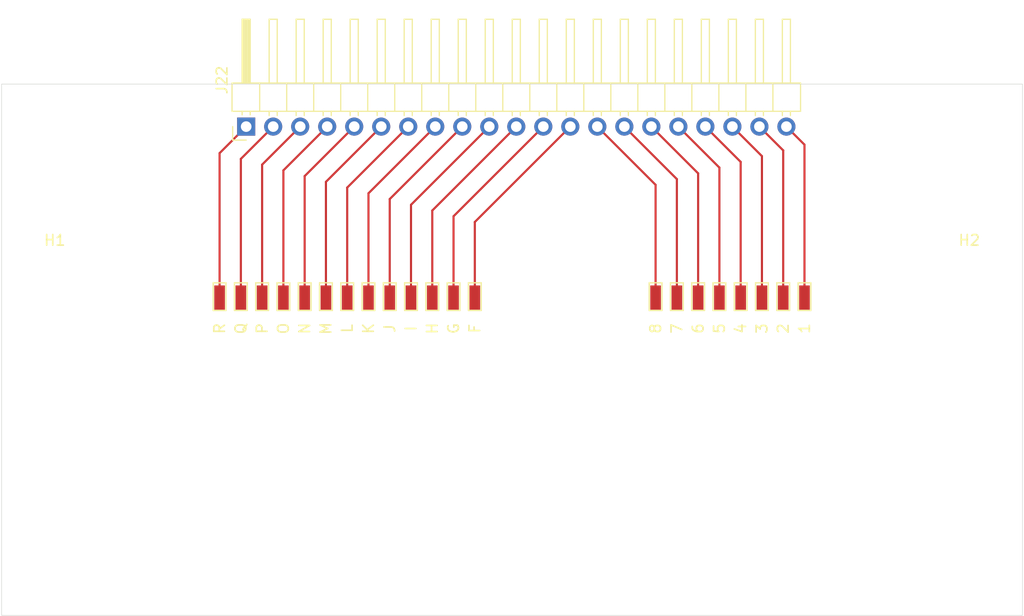
<source format=kicad_pcb>
(kicad_pcb (version 20240108) (generator "pcbnew") (generator_version "8.0")
  (layers (0 "F.Cu" signal) (31 "B.Cu" signal) (34 "B.Paste" user) (35 "F.Paste" user) (36 "B.SilkS" user "B.Silkscreen") (37 "F.SilkS" user "F.Silkscreen") (38 "B.Mask" user) (39 "F.Mask" user) (44 "Edge.Cuts" user))
  (net 0 "")
  (net 1 "Net-(J22-Pin_21)")
  (net 2 "Net-(J22-Pin_20)")
  (net 3 "Net-(J22-Pin_19)")
  (net 4 "Net-(J22-Pin_18)")
  (net 5 "Net-(J22-Pin_17)")
  (net 6 "Net-(J22-Pin_16)")
  (net 7 "Net-(J22-Pin_15)")
  (net 8 "Net-(J22-Pin_14)")
  (net 9 "Net-(J22-Pin_13)")
  (net 10 "Net-(J22-Pin_12)")
  (net 11 "Net-(J22-Pin_11)")
  (net 12 "Net-(J22-Pin_10)")
  (net 13 "Net-(J22-Pin_9)")
  (net 14 "Net-(J22-Pin_8)")
  (net 15 "Net-(J22-Pin_7)")
  (net 16 "Net-(J22-Pin_6)")
  (net 17 "Net-(J22-Pin_5)")
  (net 18 "Net-(J22-Pin_4)")
  (net 19 "Net-(J22-Pin_3)")
  (net 20 "Net-(J22-Pin_2)")
  (net 21 "Net-(J22-Pin_1)")
  (footprint "S7221_45R:HARWIN_S7221-45R" (layer "F.Cu") (at 140.5 90 -90)
    (property "Reference" "H" (at 3 0 90) (layer "F.SilkS") (effects (font (size 1.005551 1.005551))))
    (property "Value" "S7221-45R")
    (fp_line (start -1.3 0.6) (end -1.3 -0.6) (stroke (width 0.127)) (layer "F.SilkS"))
    (fp_line (start 1.3 0.6) (end -1.3 0.6) (stroke (width 0.127)) (layer "F.SilkS"))
    (fp_line (start -1.3 -0.6) (end 1.3 -0.6) (stroke (width 0.127)) (layer "F.SilkS"))
    (fp_line (start 1.3 -0.6) (end 1.3 0.6) (stroke (width 0.127)) (layer "F.SilkS"))
    (pad "1" smd rect (at 0.08875 0 270) (size 2.2775 1) (layers "F.Cu" "F.Paste" "F.Mask") (net 11 "Net-(J22-Pin_11)"))
  )
  (footprint "MountingHole:MountingHole_4.3mm_M4" (layer "F.Cu") (at 191 90)
    (property "Reference" "H2" (at 0 -5.3 0) (layer "F.SilkS"))
    (property "Value" "MountingHole")
    (pad "" np_thru_hole circle (at 0 0) (size 4.3 4.3) (drill 4.3) (layers "*.Cu" "*.Mask"))
  )
  (footprint "S7221_45R:HARWIN_S7221-45R" (layer "F.Cu") (at 175.5 90 -90)
    (property "Reference" "1" (at 3 0 90) (layer "F.SilkS") (effects (font (size 1.005551 1.005551))))
    (property "Value" "S7221-45R")
    (fp_line (start -1.3 0.6) (end -1.3 -0.6) (stroke (width 0.127)) (layer "F.SilkS"))
    (fp_line (start 1.3 0.6) (end -1.3 0.6) (stroke (width 0.127)) (layer "F.SilkS"))
    (fp_line (start -1.3 -0.6) (end 1.3 -0.6) (stroke (width 0.127)) (layer "F.SilkS"))
    (fp_line (start 1.3 -0.6) (end 1.3 0.6) (stroke (width 0.127)) (layer "F.SilkS"))
    (pad "1" smd rect (at 0.08875 0 270) (size 2.2775 1) (layers "F.Cu" "F.Paste" "F.Mask") (net 1 "Net-(J22-Pin_21)"))
  )
  (footprint "Connector_PinHeader_2.54mm:PinHeader_1x21_P2.54mm_Horizontal" (layer "F.Cu") (at 123 74 90)
    (property "Reference" "J22" (at 4.385 -2.27 -90) (layer "F.SilkS"))
    (property "Value" "Conn_01x21_Socket")
    (fp_line (start 4.1 -1.33) (end 1.44 -1.33) (stroke (width 0.12)) (layer "F.SilkS"))
    (fp_line (start 1.44 -1.33) (end 1.44 52.13) (stroke (width 0.12)) (layer "F.SilkS"))
    (fp_line (start -1.27 -1.27) (end 0 -1.27) (stroke (width 0.12)) (layer "F.SilkS"))
    (fp_line (start 10.1 -0.38) (end 10.1 0.38) (stroke (width 0.12)) (layer "F.SilkS"))
    (fp_line (start 4.1 -0.38) (end 10.1 -0.38) (stroke (width 0.12)) (layer "F.SilkS"))
    (fp_line (start 1.11 -0.38) (end 1.44 -0.38) (stroke (width 0.12)) (layer "F.SilkS"))
    (fp_line (start 4.1 -0.32) (end 10.1 -0.32) (stroke (width 0.12)) (layer "F.SilkS"))
    (fp_line (start 4.1 -0.2) (end 10.1 -0.2) (stroke (width 0.12)) (layer "F.SilkS"))
    (fp_line (start 4.1 -0.08) (end 10.1 -0.08) (stroke (width 0.12)) (layer "F.SilkS"))
    (fp_line (start -1.27 0) (end -1.27 -1.27) (stroke (width 0.12)) (layer "F.SilkS"))
    (fp_line (start 4.1 0.04) (end 10.1 0.04) (stroke (width 0.12)) (layer "F.SilkS"))
    (fp_line (start 4.1 0.16) (end 10.1 0.16) (stroke (width 0.12)) (layer "F.SilkS"))
    (fp_line (start 4.1 0.28) (end 10.1 0.28) (stroke (width 0.12)) (layer "F.SilkS"))
    (fp_line (start 10.1 0.38) (end 4.1 0.38) (stroke (width 0.12)) (layer "F.SilkS"))
    (fp_line (start 1.11 0.38) (end 1.44 0.38) (stroke (width 0.12)) (layer "F.SilkS"))
    (fp_line (start 1.44 1.27) (end 4.1 1.27) (stroke (width 0.12)) (layer "F.SilkS"))
    (fp_line (start 10.1 2.16) (end 10.1 2.92) (stroke (width 0.12)) (layer "F.SilkS"))
    (fp_line (start 4.1 2.16) (end 10.1 2.16) (stroke (width 0.12)) (layer "F.SilkS"))
    (fp_line (start 1.042929 2.16) (end 1.44 2.16) (stroke (width 0.12)) (layer "F.SilkS"))
    (fp_line (start 10.1 2.92) (end 4.1 2.92) (stroke (width 0.12)) (layer "F.SilkS"))
    (fp_line (start 1.042929 2.92) (end 1.44 2.92) (stroke (width 0.12)) (layer "F.SilkS"))
    (fp_line (start 1.44 3.81) (end 4.1 3.81) (stroke (width 0.12)) (layer "F.SilkS"))
    (fp_line (start 10.1 4.7) (end 10.1 5.46) (stroke (width 0.12)) (layer "F.SilkS"))
    (fp_line (start 4.1 4.7) (end 10.1 4.7) (stroke (width 0.12)) (layer "F.SilkS"))
    (fp_line (start 1.042929 4.7) (end 1.44 4.7) (stroke (width 0.12)) (layer "F.SilkS"))
    (fp_line (start 10.1 5.46) (end 4.1 5.46) (stroke (width 0.12)) (layer "F.SilkS"))
    (fp_line (start 1.042929 5.46) (end 1.44 5.46) (stroke (width 0.12)) (layer "F.SilkS"))
    (fp_line (start 1.44 6.35) (end 4.1 6.35) (stroke (width 0.12)) (layer "F.SilkS"))
    (fp_line (start 10.1 7.24) (end 10.1 8) (stroke (width 0.12)) (layer "F.SilkS"))
    (fp_line (start 4.1 7.24) (end 10.1 7.24) (stroke (width 0.12)) (layer "F.SilkS"))
    (fp_line (start 1.042929 7.24) (end 1.44 7.24) (stroke (width 0.12)) (layer "F.SilkS"))
    (fp_line (start 10.1 8) (end 4.1 8) (stroke (width 0.12)) (layer "F.SilkS"))
    (fp_line (start 1.042929 8) (end 1.44 8) (stroke (width 0.12)) (layer "F.SilkS"))
    (fp_line (start 1.44 8.89) (end 4.1 8.89) (stroke (width 0.12)) (layer "F.SilkS"))
    (fp_line (start 10.1 9.78) (end 10.1 10.54) (stroke (width 0.12)) (layer "F.SilkS"))
    (fp_line (start 4.1 9.78) (end 10.1 9.78) (stroke (width 0.12)) (layer "F.SilkS"))
    (fp_line (start 1.042929 9.78) (end 1.44 9.78) (stroke (width 0.12)) (layer "F.SilkS"))
    (fp_line (start 10.1 10.54) (end 4.1 10.54) (stroke (width 0.12)) (layer "F.SilkS"))
    (fp_line (start 1.042929 10.54) (end 1.44 10.54) (stroke (width 0.12)) (layer "F.SilkS"))
    (fp_line (start 1.44 11.43) (end 4.1 11.43) (stroke (width 0.12)) (layer "F.SilkS"))
    (fp_line (start 10.1 12.32) (end 10.1 13.08) (stroke (width 0.12)) (layer "F.SilkS"))
    (fp_line (start 4.1 12.32) (end 10.1 12.32) (stroke (width 0.12)) (layer "F.SilkS"))
    (fp_line (start 1.042929 12.32) (end 1.44 12.32) (stroke (width 0.12)) (layer "F.SilkS"))
    (fp_line (start 10.1 13.08) (end 4.1 13.08) (stroke (width 0.12)) (layer "F.SilkS"))
    (fp_line (start 1.042929 13.08) (end 1.44 13.08) (stroke (width 0.12)) (layer "F.SilkS"))
    (fp_line (start 1.44 13.97) (end 4.1 13.97) (stroke (width 0.12)) (layer "F.SilkS"))
    (fp_line (start 10.1 14.86) (end 10.1 15.62) (stroke (width 0.12)) (layer "F.SilkS"))
    (fp_line (start 4.1 14.86) (end 10.1 14.86) (stroke (width 0.12)) (layer "F.SilkS"))
    (fp_line (start 1.042929 14.86) (end 1.44 14.86) (stroke (width 0.12)) (layer "F.SilkS"))
    (fp_line (start 10.1 15.62) (end 4.1 15.62) (stroke (width 0.12)) (layer "F.SilkS"))
    (fp_line (start 1.042929 15.62) (end 1.44 15.62) (stroke (width 0.12)) (layer "F.SilkS"))
    (fp_line (start 1.44 16.51) (end 4.1 16.51) (stroke (width 0.12)) (layer "F.SilkS"))
    (fp_line (start 10.1 17.4) (end 10.1 18.16) (stroke (width 0.12)) (layer "F.SilkS"))
    (fp_line (start 4.1 17.4) (end 10.1 17.4) (stroke (width 0.12)) (layer "F.SilkS"))
    (fp_line (start 1.042929 17.4) (end 1.44 17.4) (stroke (width 0.12)) (layer "F.SilkS"))
    (fp_line (start 10.1 18.16) (end 4.1 18.16) (stroke (width 0.12)) (layer "F.SilkS"))
    (fp_line (start 1.042929 18.16) (end 1.44 18.16) (stroke (width 0.12)) (layer "F.SilkS"))
    (fp_line (start 1.44 19.05) (end 4.1 19.05) (stroke (width 0.12)) (layer "F.SilkS"))
    (fp_line (start 10.1 19.94) (end 10.1 20.7) (stroke (width 0.12)) (layer "F.SilkS"))
    (fp_line (start 4.1 19.94) (end 10.1 19.94) (stroke (width 0.12)) (layer "F.SilkS"))
    (fp_line (start 1.042929 19.94) (end 1.44 19.94) (stroke (width 0.12)) (layer "F.SilkS"))
    (fp_line (start 10.1 20.7) (end 4.1 20.7) (stroke (width 0.12)) (layer "F.SilkS"))
    (fp_line (start 1.042929 20.7) (end 1.44 20.7) (stroke (width 0.12)) (layer "F.SilkS"))
    (fp_line (start 1.44 21.59) (end 4.1 21.59) (stroke (width 0.12)) (layer "F.SilkS"))
    (fp_line (start 10.1 22.48) (end 10.1 23.24) (stroke (width 0.12)) (layer "F.SilkS"))
    (fp_line (start 4.1 22.48) (end 10.1 22.48) (stroke (width 0.12)) (layer "F.SilkS"))
    (fp_line (start 1.042929 22.48) (end 1.44 22.48) (stroke (width 0.12)) (layer "F.SilkS"))
    (fp_line (start 10.1 23.24) (end 4.1 23.24) (stroke (width 0.12)) (layer "F.SilkS"))
    (fp_line (start 1.042929 23.24) (end 1.44 23.24) (stroke (width 0.12)) (layer "F.SilkS"))
    (fp_line (start 1.44 24.13) (end 4.1 24.13) (stroke (width 0.12)) (layer "F.SilkS"))
    (fp_line (start 10.1 25.02) (end 10.1 25.78) (stroke (width 0.12)) (layer "F.SilkS"))
    (fp_line (start 4.1 25.02) (end 10.1 25.02) (stroke (width 0.12)) (layer "F.SilkS"))
    (fp_line (start 1.042929 25.02) (end 1.44 25.02) (stroke (width 0.12)) (layer "F.SilkS"))
    (fp_line (start 10.1 25.78) (end 4.1 25.78) (stroke (width 0.12)) (layer "F.SilkS"))
    (fp_line (start 1.042929 25.78) (end 1.44 25.78) (stroke (width 0.12)) (layer "F.SilkS"))
    (fp_line (start 1.44 26.67) (end 4.1 26.67) (stroke (width 0.12)) (layer "F.SilkS"))
    (fp_line (start 10.1 27.56) (end 10.1 28.32) (stroke (width 0.12)) (layer "F.SilkS"))
    (fp_line (start 4.1 27.56) (end 10.1 27.56) (stroke (width 0.12)) (layer "F.SilkS"))
    (fp_line (start 1.042929 27.56) (end 1.44 27.56) (stroke (width 0.12)) (layer "F.SilkS"))
    (fp_line (start 10.1 28.32) (end 4.1 28.32) (stroke (width 0.12)) (layer "F.SilkS"))
    (fp_line (start 1.042929 28.32) (end 1.44 28.32) (stroke (width 0.12)) (layer "F.SilkS"))
    (fp_line (start 1.44 29.21) (end 4.1 29.21) (stroke (width 0.12)) (layer "F.SilkS"))
    (fp_line (start 10.1 30.1) (end 10.1 30.86) (stroke (width 0.12)) (layer "F.SilkS"))
    (fp_line (start 4.1 30.1) (end 10.1 30.1) (stroke (width 0.12)) (layer "F.SilkS"))
    (fp_line (start 1.042929 30.1) (end 1.44 30.1) (stroke (width 0.12)) (layer "F.SilkS"))
    (fp_line (start 10.1 30.86) (end 4.1 30.86) (stroke (width 0.12)) (layer "F.SilkS"))
    (fp_line (start 1.042929 30.86) (end 1.44 30.86) (stroke (width 0.12)) (layer "F.SilkS"))
    (fp_line (start 1.44 31.75) (end 4.1 31.75) (stroke (width 0.12)) (layer "F.SilkS"))
    (fp_line (start 10.1 32.64) (end 10.1 33.4) (stroke (width 0.12)) (layer "F.SilkS"))
    (fp_line (start 4.1 32.64) (end 10.1 32.64) (stroke (width 0.12)) (layer "F.SilkS"))
    (fp_line (start 1.042929 32.64) (end 1.44 32.64) (stroke (width 0.12)) (layer "F.SilkS"))
    (fp_line (start 10.1 33.4) (end 4.1 33.4) (stroke (width 0.12)) (layer "F.SilkS"))
    (fp_line (start 1.042929 33.4) (end 1.44 33.4) (stroke (width 0.12)) (layer "F.SilkS"))
    (fp_line (start 1.44 34.29) (end 4.1 34.29) (stroke (width 0.12)) (layer "F.SilkS"))
    (fp_line (start 10.1 35.18) (end 10.1 35.94) (stroke (width 0.12)) (layer "F.SilkS"))
    (fp_line (start 4.1 35.18) (end 10.1 35.18) (stroke (width 0.12)) (layer "F.SilkS"))
    (fp_line (start 1.042929 35.18) (end 1.44 35.18) (stroke (width 0.12)) (layer "F.SilkS"))
    (fp_line (start 10.1 35.94) (end 4.1 35.94) (stroke (width 0.12)) (layer "F.SilkS"))
    (fp_line (start 1.042929 35.94) (end 1.44 35.94) (stroke (width 0.12)) (layer "F.SilkS"))
    (fp_line (start 1.44 36.83) (end 4.1 36.83) (stroke (width 0.12)) (layer "F.SilkS"))
    (fp_line (start 10.1 37.72) (end 10.1 38.48) (stroke (width 0.12)) (layer "F.SilkS"))
    (fp_line (start 4.1 37.72) (end 10.1 37.72) (stroke (width 0.12)) (layer "F.SilkS"))
    (fp_line (start 1.042929 37.72) (end 1.44 37.72) (stroke (width 0.12)) (layer "F.SilkS"))
    (fp_line (start 10.1 38.48) (end 4.1 38.48) (stroke (width 0.12)) (layer "F.SilkS"))
    (fp_line (start 1.042929 38.48) (end 1.44 38.48) (stroke (width 0.12)) (layer "F.SilkS"))
    (fp_line (start 1.44 39.37) (end 4.1 39.37) (stroke (width 0.12)) (layer "F.SilkS"))
    (fp_line (start 10.1 40.26) (end 10.1 41.02) (stroke (width 0.12)) (layer "F.SilkS"))
    (fp_line (start 4.1 40.26) (end 10.1 40.26) (stroke (width 0.12)) (layer "F.SilkS"))
    (fp_line (start 1.042929 40.26) (end 1.44 40.26) (stroke (width 0.12)) (layer "F.SilkS"))
    (fp_line (start 10.1 41.02) (end 4.1 41.02) (stroke (width 0.12)) (layer "F.SilkS"))
    (fp_line (start 1.042929 41.02) (end 1.44 41.02) (stroke (width 0.12)) (layer "F.SilkS"))
    (fp_line (start 1.44 41.91) (end 4.1 41.91) (stroke (width 0.12)) (layer "F.SilkS"))
    (fp_line (start 10.1 42.8) (end 10.1 43.56) (stroke (width 0.12)) (layer "F.SilkS"))
    (fp_line (start 4.1 42.8) (end 10.1 42.8) (stroke (width 0.12)) (layer "F.SilkS"))
    (fp_line (start 1.042929 42.8) (end 1.44 42.8) (stroke (width 0.12)) (layer "F.SilkS"))
    (fp_line (start 10.1 43.56) (end 4.1 43.56) (stroke (width 0.12)) (layer "F.SilkS"))
    (fp_line (start 1.042929 43.56) (end 1.44 43.56) (stroke (width 0.12)) (layer "F.SilkS"))
    (fp_line (start 1.44 44.45) (end 4.1 44.45) (stroke (width 0.12)) (layer "F.SilkS"))
    (fp_line (start 10.1 45.34) (end 10.1 46.1) (stroke (width 0.12)) (layer "F.SilkS"))
    (fp_line (start 4.1 45.34) (end 10.1 45.34) (stroke (width 0.12)) (layer "F.SilkS"))
    (fp_line (start 1.042929 45.34) (end 1.44 45.34) (stroke (width 0.12)) (layer "F.SilkS"))
    (fp_line (start 10.1 46.1) (end 4.1 46.1) (stroke (width 0.12)) (layer "F.SilkS"))
    (fp_line (start 1.042929 46.1) (end 1.44 46.1) (stroke (width 0.12)) (layer "F.SilkS"))
    (fp_line (start 1.44 46.99) (end 4.1 46.99) (stroke (width 0.12)) (layer "F.SilkS"))
    (fp_line (start 10.1 47.88) (end 10.1 48.64) (stroke (width 0.12)) (layer "F.SilkS"))
    (fp_line (start 4.1 47.88) (end 10.1 47.88) (stroke (width 0.12)) (layer "F.SilkS"))
    (fp_line (start 1.042929 47.88) (end 1.44 47.88) (stroke (width 0.12)) (layer "F.SilkS"))
    (fp_line (start 10.1 48.64) (end 4.1 48.64) (stroke (width 0.12)) (layer "F.SilkS"))
    (fp_line (start 1.042929 48.64) (end 1.44 48.64) (stroke (width 0.12)) (layer "F.SilkS"))
    (fp_line (start 1.44 49.53) (end 4.1 49.53) (stroke (width 0.12)) (layer "F.SilkS"))
    (fp_line (start 10.1 50.42) (end 10.1 51.18) (stroke (width 0.12)) (layer "F.SilkS"))
    (fp_line (start 4.1 50.42) (end 10.1 50.42) (stroke (width 0.12)) (layer "F.SilkS"))
    (fp_line (start 1.042929 50.42) (end 1.44 50.42) (stroke (width 0.12)) (layer "F.SilkS"))
    (fp_line (start 10.1 51.18) (end 4.1 51.18) (stroke (width 0.12)) (layer "F.SilkS"))
    (fp_line (start 1.042929 51.18) (end 1.44 51.18) (stroke (width 0.12)) (layer "F.SilkS"))
    (fp_line (start 4.1 52.13) (end 4.1 -1.33) (stroke (width 0.12)) (layer "F.SilkS"))
    (fp_line (start 1.44 52.13) (end 4.1 52.13) (stroke (width 0.12)) (layer "F.SilkS"))
    (pad "1" thru_hole rect (at 0 0 90) (size 1.7 1.7) (drill 1) (layers "*.Cu" "*.Mask") (net 21 "Net-(J22-Pin_1)"))
    (pad "2" thru_hole oval (at 0 2.54 90) (size 1.7 1.7) (drill 1) (layers "*.Cu" "*.Mask") (net 20 "Net-(J22-Pin_2)"))
    (pad "3" thru_hole oval (at 0 5.08 90) (size 1.7 1.7) (drill 1) (layers "*.Cu" "*.Mask") (net 19 "Net-(J22-Pin_3)"))
    (pad "4" thru_hole oval (at 0 7.62 90) (size 1.7 1.7) (drill 1) (layers "*.Cu" "*.Mask") (net 18 "Net-(J22-Pin_4)"))
    (pad "5" thru_hole oval (at 0 10.16 90) (size 1.7 1.7) (drill 1) (layers "*.Cu" "*.Mask") (net 17 "Net-(J22-Pin_5)"))
    (pad "6" thru_hole oval (at 0 12.7 90) (size 1.7 1.7) (drill 1) (layers "*.Cu" "*.Mask") (net 16 "Net-(J22-Pin_6)"))
    (pad "7" thru_hole oval (at 0 15.24 90) (size 1.7 1.7) (drill 1) (layers "*.Cu" "*.Mask") (net 15 "Net-(J22-Pin_7)"))
    (pad "8" thru_hole oval (at 0 17.78 90) (size 1.7 1.7) (drill 1) (layers "*.Cu" "*.Mask") (net 14 "Net-(J22-Pin_8)"))
    (pad "9" thru_hole oval (at 0 20.32 90) (size 1.7 1.7) (drill 1) (layers "*.Cu" "*.Mask") (net 13 "Net-(J22-Pin_9)"))
    (pad "10" thru_hole oval (at 0 22.86 90) (size 1.7 1.7) (drill 1) (layers "*.Cu" "*.Mask") (net 12 "Net-(J22-Pin_10)"))
    (pad "11" thru_hole oval (at 0 25.4 90) (size 1.7 1.7) (drill 1) (layers "*.Cu" "*.Mask") (net 11 "Net-(J22-Pin_11)"))
    (pad "12" thru_hole oval (at 0 27.94 90) (size 1.7 1.7) (drill 1) (layers "*.Cu" "*.Mask") (net 10 "Net-(J22-Pin_12)"))
    (pad "13" thru_hole oval (at 0 30.48 90) (size 1.7 1.7) (drill 1) (layers "*.Cu" "*.Mask") (net 9 "Net-(J22-Pin_13)"))
    (pad "14" thru_hole oval (at 0 33.02 90) (size 1.7 1.7) (drill 1) (layers "*.Cu" "*.Mask") (net 8 "Net-(J22-Pin_14)"))
    (pad "15" thru_hole oval (at 0 35.56 90) (size 1.7 1.7) (drill 1) (layers "*.Cu" "*.Mask") (net 7 "Net-(J22-Pin_15)"))
    (pad "16" thru_hole oval (at 0 38.1 90) (size 1.7 1.7) (drill 1) (layers "*.Cu" "*.Mask") (net 6 "Net-(J22-Pin_16)"))
    (pad "17" thru_hole oval (at 0 40.64 90) (size 1.7 1.7) (drill 1) (layers "*.Cu" "*.Mask") (net 5 "Net-(J22-Pin_17)"))
    (pad "18" thru_hole oval (at 0 43.18 90) (size 1.7 1.7) (drill 1) (layers "*.Cu" "*.Mask") (net 4 "Net-(J22-Pin_18)"))
    (pad "19" thru_hole oval (at 0 45.72 90) (size 1.7 1.7) (drill 1) (layers "*.Cu" "*.Mask") (net 3 "Net-(J22-Pin_19)"))
    (pad "20" thru_hole oval (at 0 48.26 90) (size 1.7 1.7) (drill 1) (layers "*.Cu" "*.Mask") (net 2 "Net-(J22-Pin_20)"))
    (pad "21" thru_hole oval (at 0 50.8 90) (size 1.7 1.7) (drill 1) (layers "*.Cu" "*.Mask") (net 1 "Net-(J22-Pin_21)"))
  )
  (footprint "S7221_45R:HARWIN_S7221-45R" (layer "F.Cu") (at 130.5 90 -90)
    (property "Reference" "M" (at 3 0 90) (layer "F.SilkS") (effects (font (size 1.005551 1.005551))))
    (property "Value" "S7221-45R")
    (fp_line (start -1.3 0.6) (end -1.3 -0.6) (stroke (width 0.127)) (layer "F.SilkS"))
    (fp_line (start 1.3 0.6) (end -1.3 0.6) (stroke (width 0.127)) (layer "F.SilkS"))
    (fp_line (start -1.3 -0.6) (end 1.3 -0.6) (stroke (width 0.127)) (layer "F.SilkS"))
    (fp_line (start 1.3 -0.6) (end 1.3 0.6) (stroke (width 0.127)) (layer "F.SilkS"))
    (pad "1" smd rect (at 0.08875 0 270) (size 2.2775 1) (layers "F.Cu" "F.Paste" "F.Mask") (net 16 "Net-(J22-Pin_6)"))
  )
  (footprint "S7221_45R:HARWIN_S7221-45R" (layer "F.Cu") (at 165.5 90 -90)
    (property "Reference" "6" (at 3 0 90) (layer "F.SilkS") (effects (font (size 1.005551 1.005551))))
    (property "Value" "S7221-45R")
    (fp_line (start -1.3 0.6) (end -1.3 -0.6) (stroke (width 0.127)) (layer "F.SilkS"))
    (fp_line (start 1.3 0.6) (end -1.3 0.6) (stroke (width 0.127)) (layer "F.SilkS"))
    (fp_line (start -1.3 -0.6) (end 1.3 -0.6) (stroke (width 0.127)) (layer "F.SilkS"))
    (fp_line (start 1.3 -0.6) (end 1.3 0.6) (stroke (width 0.127)) (layer "F.SilkS"))
    (pad "1" smd rect (at 0.08875 0 270) (size 2.2775 1) (layers "F.Cu" "F.Paste" "F.Mask") (net 6 "Net-(J22-Pin_16)"))
  )
  (footprint "S7221_45R:HARWIN_S7221-45R" (layer "F.Cu") (at 169.5 90 -90)
    (property "Reference" "4" (at 3 0 90) (layer "F.SilkS") (effects (font (size 1.005551 1.005551))))
    (property "Value" "S7221-45R")
    (fp_line (start -1.3 0.6) (end -1.3 -0.6) (stroke (width 0.127)) (layer "F.SilkS"))
    (fp_line (start 1.3 0.6) (end -1.3 0.6) (stroke (width 0.127)) (layer "F.SilkS"))
    (fp_line (start -1.3 -0.6) (end 1.3 -0.6) (stroke (width 0.127)) (layer "F.SilkS"))
    (fp_line (start 1.3 -0.6) (end 1.3 0.6) (stroke (width 0.127)) (layer "F.SilkS"))
    (pad "1" smd rect (at 0.08875 0 270) (size 2.2775 1) (layers "F.Cu" "F.Paste" "F.Mask") (net 4 "Net-(J22-Pin_18)"))
  )
  (footprint "S7221_45R:HARWIN_S7221-45R" (layer "F.Cu") (at 142.5 90 -90)
    (property "Reference" "G" (at 3 0 90) (layer "F.SilkS") (effects (font (size 1.005551 1.005551))))
    (property "Value" "S7221-45R")
    (fp_line (start -1.3 0.6) (end -1.3 -0.6) (stroke (width 0.127)) (layer "F.SilkS"))
    (fp_line (start 1.3 0.6) (end -1.3 0.6) (stroke (width 0.127)) (layer "F.SilkS"))
    (fp_line (start -1.3 -0.6) (end 1.3 -0.6) (stroke (width 0.127)) (layer "F.SilkS"))
    (fp_line (start 1.3 -0.6) (end 1.3 0.6) (stroke (width 0.127)) (layer "F.SilkS"))
    (pad "1" smd rect (at 0.08875 0 270) (size 2.2775 1) (layers "F.Cu" "F.Paste" "F.Mask") (net 10 "Net-(J22-Pin_12)"))
  )
  (footprint "S7221_45R:HARWIN_S7221-45R" (layer "F.Cu") (at 122.5 90 -90)
    (property "Reference" "Q" (at 3 0 90) (layer "F.SilkS") (effects (font (size 1.005551 1.005551))))
    (property "Value" "S7221-45R")
    (fp_line (start -1.3 0.6) (end -1.3 -0.6) (stroke (width 0.127)) (layer "F.SilkS"))
    (fp_line (start 1.3 0.6) (end -1.3 0.6) (stroke (width 0.127)) (layer "F.SilkS"))
    (fp_line (start -1.3 -0.6) (end 1.3 -0.6) (stroke (width 0.127)) (layer "F.SilkS"))
    (fp_line (start 1.3 -0.6) (end 1.3 0.6) (stroke (width 0.127)) (layer "F.SilkS"))
    (pad "1" smd rect (at 0.08875 0 270) (size 2.2775 1) (layers "F.Cu" "F.Paste" "F.Mask") (net 20 "Net-(J22-Pin_2)"))
  )
  (footprint "S7221_45R:HARWIN_S7221-45R" (layer "F.Cu") (at 173.5 90 -90)
    (property "Reference" "2" (at 3 0 90) (layer "F.SilkS") (effects (font (size 1.005551 1.005551))))
    (property "Value" "S7221-45R")
    (fp_line (start -1.3 0.6) (end -1.3 -0.6) (stroke (width 0.127)) (layer "F.SilkS"))
    (fp_line (start 1.3 0.6) (end -1.3 0.6) (stroke (width 0.127)) (layer "F.SilkS"))
    (fp_line (start -1.3 -0.6) (end 1.3 -0.6) (stroke (width 0.127)) (layer "F.SilkS"))
    (fp_line (start 1.3 -0.6) (end 1.3 0.6) (stroke (width 0.127)) (layer "F.SilkS"))
    (pad "1" smd rect (at 0.08875 0 270) (size 2.2775 1) (layers "F.Cu" "F.Paste" "F.Mask") (net 2 "Net-(J22-Pin_20)"))
  )
  (footprint "S7221_45R:HARWIN_S7221-45R" (layer "F.Cu") (at 138.5 90 -90)
    (property "Reference" "I" (at 3 0 90) (layer "F.SilkS") (effects (font (size 1.005551 1.005551))))
    (property "Value" "S7221-45R")
    (fp_line (start -1.3 0.6) (end -1.3 -0.6) (stroke (width 0.127)) (layer "F.SilkS"))
    (fp_line (start 1.3 0.6) (end -1.3 0.6) (stroke (width 0.127)) (layer "F.SilkS"))
    (fp_line (start -1.3 -0.6) (end 1.3 -0.6) (stroke (width 0.127)) (layer "F.SilkS"))
    (fp_line (start 1.3 -0.6) (end 1.3 0.6) (stroke (width 0.127)) (layer "F.SilkS"))
    (pad "1" smd rect (at 0.08875 0 270) (size 2.2775 1) (layers "F.Cu" "F.Paste" "F.Mask") (net 12 "Net-(J22-Pin_10)"))
  )
  (footprint "S7221_45R:HARWIN_S7221-45R" (layer "F.Cu") (at 126.5 90 -90)
    (property "Reference" "O" (at 3 0 90) (layer "F.SilkS") (effects (font (size 1.005551 1.005551))))
    (property "Value" "S7221-45R")
    (fp_line (start -1.3 0.6) (end -1.3 -0.6) (stroke (width 0.127)) (layer "F.SilkS"))
    (fp_line (start 1.3 0.6) (end -1.3 0.6) (stroke (width 0.127)) (layer "F.SilkS"))
    (fp_line (start -1.3 -0.6) (end 1.3 -0.6) (stroke (width 0.127)) (layer "F.SilkS"))
    (fp_line (start 1.3 -0.6) (end 1.3 0.6) (stroke (width 0.127)) (layer "F.SilkS"))
    (pad "1" smd rect (at 0.08875 0 270) (size 2.2775 1) (layers "F.Cu" "F.Paste" "F.Mask") (net 18 "Net-(J22-Pin_4)"))
  )
  (footprint "MountingHole:MountingHole_4.3mm_M4" (layer "F.Cu") (at 105 90)
    (property "Reference" "H1" (at 0 -5.3 0) (layer "F.SilkS"))
    (property "Value" "MountingHole")
    (pad "" np_thru_hole circle (at 0 0) (size 4.3 4.3) (drill 4.3) (layers "*.Cu" "*.Mask"))
  )
  (footprint "S7221_45R:HARWIN_S7221-45R" (layer "F.Cu") (at 120.5 90 -90)
    (property "Reference" "R" (at 3 0 90) (layer "F.SilkS") (effects (font (size 1.005551 1.005551))))
    (property "Value" "S7221-45R")
    (fp_line (start -1.3 0.6) (end -1.3 -0.6) (stroke (width 0.127)) (layer "F.SilkS"))
    (fp_line (start 1.3 0.6) (end -1.3 0.6) (stroke (width 0.127)) (layer "F.SilkS"))
    (fp_line (start -1.3 -0.6) (end 1.3 -0.6) (stroke (width 0.127)) (layer "F.SilkS"))
    (fp_line (start 1.3 -0.6) (end 1.3 0.6) (stroke (width 0.127)) (layer "F.SilkS"))
    (pad "1" smd rect (at 0.08875 0 270) (size 2.2775 1) (layers "F.Cu" "F.Paste" "F.Mask") (net 21 "Net-(J22-Pin_1)"))
  )
  (footprint "S7221_45R:HARWIN_S7221-45R" (layer "F.Cu") (at 144.5 90 -90)
    (property "Reference" "F" (at 3 0 90) (layer "F.SilkS") (effects (font (size 1.005551 1.005551))))
    (property "Value" "S7221-45R")
    (fp_line (start -1.3 0.6) (end -1.3 -0.6) (stroke (width 0.127)) (layer "F.SilkS"))
    (fp_line (start 1.3 0.6) (end -1.3 0.6) (stroke (width 0.127)) (layer "F.SilkS"))
    (fp_line (start -1.3 -0.6) (end 1.3 -0.6) (stroke (width 0.127)) (layer "F.SilkS"))
    (fp_line (start 1.3 -0.6) (end 1.3 0.6) (stroke (width 0.127)) (layer "F.SilkS"))
    (pad "1" smd rect (at 0.08875 0 270) (size 2.2775 1) (layers "F.Cu" "F.Paste" "F.Mask") (net 9 "Net-(J22-Pin_13)"))
  )
  (footprint "S7221_45R:HARWIN_S7221-45R" (layer "F.Cu") (at 132.5 90 -90)
    (property "Reference" "L" (at 3 0 90) (layer "F.SilkS") (effects (font (size 1.005551 1.005551))))
    (property "Value" "S7221-45R")
    (fp_line (start -1.3 0.6) (end -1.3 -0.6) (stroke (width 0.127)) (layer "F.SilkS"))
    (fp_line (start 1.3 0.6) (end -1.3 0.6) (stroke (width 0.127)) (layer "F.SilkS"))
    (fp_line (start -1.3 -0.6) (end 1.3 -0.6) (stroke (width 0.127)) (layer "F.SilkS"))
    (fp_line (start 1.3 -0.6) (end 1.3 0.6) (stroke (width 0.127)) (layer "F.SilkS"))
    (pad "1" smd rect (at 0.08875 0 270) (size 2.2775 1) (layers "F.Cu" "F.Paste" "F.Mask") (net 15 "Net-(J22-Pin_7)"))
  )
  (footprint "S7221_45R:HARWIN_S7221-45R" (layer "F.Cu") (at 161.5 90 -90)
    (property "Reference" "8" (at 3 0 90) (layer "F.SilkS") (effects (font (size 1.005551 1.005551))))
    (property "Value" "S7221-45R")
    (fp_line (start -1.3 0.6) (end -1.3 -0.6) (stroke (width 0.127)) (layer "F.SilkS"))
    (fp_line (start 1.3 0.6) (end -1.3 0.6) (stroke (width 0.127)) (layer "F.SilkS"))
    (fp_line (start -1.3 -0.6) (end 1.3 -0.6) (stroke (width 0.127)) (layer "F.SilkS"))
    (fp_line (start 1.3 -0.6) (end 1.3 0.6) (stroke (width 0.127)) (layer "F.SilkS"))
    (pad "1" smd rect (at 0.08875 0 270) (size 2.2775 1) (layers "F.Cu" "F.Paste" "F.Mask") (net 8 "Net-(J22-Pin_14)"))
  )
  (footprint "S7221_45R:HARWIN_S7221-45R" (layer "F.Cu") (at 124.5 90 -90)
    (property "Reference" "P" (at 3 0 90) (layer "F.SilkS") (effects (font (size 1.005551 1.005551))))
    (property "Value" "S7221-45R")
    (fp_line (start -1.3 0.6) (end -1.3 -0.6) (stroke (width 0.127)) (layer "F.SilkS"))
    (fp_line (start 1.3 0.6) (end -1.3 0.6) (stroke (width 0.127)) (layer "F.SilkS"))
    (fp_line (start -1.3 -0.6) (end 1.3 -0.6) (stroke (width 0.127)) (layer "F.SilkS"))
    (fp_line (start 1.3 -0.6) (end 1.3 0.6) (stroke (width 0.127)) (layer "F.SilkS"))
    (pad "1" smd rect (at 0.08875 0 270) (size 2.2775 1) (layers "F.Cu" "F.Paste" "F.Mask") (net 19 "Net-(J22-Pin_3)"))
  )
  (footprint "S7221_45R:HARWIN_S7221-45R" (layer "F.Cu") (at 128.5 90 -90)
    (property "Reference" "N" (at 3 0 90) (layer "F.SilkS") (effects (font (size 1.005551 1.005551))))
    (property "Value" "S7221-45R")
    (fp_line (start -1.3 0.6) (end -1.3 -0.6) (stroke (width 0.127)) (layer "F.SilkS"))
    (fp_line (start 1.3 0.6) (end -1.3 0.6) (stroke (width 0.127)) (layer "F.SilkS"))
    (fp_line (start -1.3 -0.6) (end 1.3 -0.6) (stroke (width 0.127)) (layer "F.SilkS"))
    (fp_line (start 1.3 -0.6) (end 1.3 0.6) (stroke (width 0.127)) (layer "F.SilkS"))
    (pad "1" smd rect (at 0.08875 0 270) (size 2.2775 1) (layers "F.Cu" "F.Paste" "F.Mask") (net 17 "Net-(J22-Pin_5)"))
  )
  (footprint "S7221_45R:HARWIN_S7221-45R" (layer "F.Cu") (at 171.5 90 -90)
    (property "Reference" "3" (at 3 0 90) (layer "F.SilkS") (effects (font (size 1.005551 1.005551))))
    (property "Value" "S7221-45R")
    (fp_line (start -1.3 0.6) (end -1.3 -0.6) (stroke (width 0.127)) (layer "F.SilkS"))
    (fp_line (start 1.3 0.6) (end -1.3 0.6) (stroke (width 0.127)) (layer "F.SilkS"))
    (fp_line (start -1.3 -0.6) (end 1.3 -0.6) (stroke (width 0.127)) (layer "F.SilkS"))
    (fp_line (start 1.3 -0.6) (end 1.3 0.6) (stroke (width 0.127)) (layer "F.SilkS"))
    (pad "1" smd rect (at 0.08875 0 270) (size 2.2775 1) (layers "F.Cu" "F.Paste" "F.Mask") (net 3 "Net-(J22-Pin_19)"))
  )
  (footprint "S7221_45R:HARWIN_S7221-45R" (layer "F.Cu") (at 163.5 90 -90)
    (property "Reference" "7" (at 3 0 90) (layer "F.SilkS") (effects (font (size 1.005551 1.005551))))
    (property "Value" "S7221-45R")
    (fp_line (start -1.3 0.6) (end -1.3 -0.6) (stroke (width 0.127)) (layer "F.SilkS"))
    (fp_line (start 1.3 0.6) (end -1.3 0.6) (stroke (width 0.127)) (layer "F.SilkS"))
    (fp_line (start -1.3 -0.6) (end 1.3 -0.6) (stroke (width 0.127)) (layer "F.SilkS"))
    (fp_line (start 1.3 -0.6) (end 1.3 0.6) (stroke (width 0.127)) (layer "F.SilkS"))
    (pad "1" smd rect (at 0.08875 0 270) (size 2.2775 1) (layers "F.Cu" "F.Paste" "F.Mask") (net 7 "Net-(J22-Pin_15)"))
  )
  (footprint "S7221_45R:HARWIN_S7221-45R" (layer "F.Cu") (at 134.5 90 -90)
    (property "Reference" "K" (at 3 0 90) (layer "F.SilkS") (effects (font (size 1.005551 1.005551))))
    (property "Value" "S7221-45R")
    (fp_line (start -1.3 0.6) (end -1.3 -0.6) (stroke (width 0.127)) (layer "F.SilkS"))
    (fp_line (start 1.3 0.6) (end -1.3 0.6) (stroke (width 0.127)) (layer "F.SilkS"))
    (fp_line (start -1.3 -0.6) (end 1.3 -0.6) (stroke (width 0.127)) (layer "F.SilkS"))
    (fp_line (start 1.3 -0.6) (end 1.3 0.6) (stroke (width 0.127)) (layer "F.SilkS"))
    (pad "1" smd rect (at 0.08875 0 270) (size 2.2775 1) (layers "F.Cu" "F.Paste" "F.Mask") (net 14 "Net-(J22-Pin_8)"))
  )
  (footprint "S7221_45R:HARWIN_S7221-45R" (layer "F.Cu") (at 167.5 90 -90)
    (property "Reference" "5" (at 3 0 90) (layer "F.SilkS") (effects (font (size 1.005551 1.005551))))
    (property "Value" "S7221-45R")
    (fp_line (start -1.3 0.6) (end -1.3 -0.6) (stroke (width 0.127)) (layer "F.SilkS"))
    (fp_line (start 1.3 0.6) (end -1.3 0.6) (stroke (width 0.127)) (layer "F.SilkS"))
    (fp_line (start -1.3 -0.6) (end 1.3 -0.6) (stroke (width 0.127)) (layer "F.SilkS"))
    (fp_line (start 1.3 -0.6) (end 1.3 0.6) (stroke (width 0.127)) (layer "F.SilkS"))
    (pad "1" smd rect (at 0.08875 0 270) (size 2.2775 1) (layers "F.Cu" "F.Paste" "F.Mask") (net 5 "Net-(J22-Pin_17)"))
  )
  (footprint "S7221_45R:HARWIN_S7221-45R" (layer "F.Cu") (at 136.5 90 -90)
    (property "Reference" "J" (at 3 0 90) (layer "F.SilkS") (effects (font (size 1.005551 1.005551))))
    (property "Value" "S7221-45R")
    (fp_line (start -1.3 0.6) (end -1.3 -0.6) (stroke (width 0.127)) (layer "F.SilkS"))
    (fp_line (start 1.3 0.6) (end -1.3 0.6) (stroke (width 0.127)) (layer "F.SilkS"))
    (fp_line (start -1.3 -0.6) (end 1.3 -0.6) (stroke (width 0.127)) (layer "F.SilkS"))
    (fp_line (start 1.3 -0.6) (end 1.3 0.6) (stroke (width 0.127)) (layer "F.SilkS"))
    (pad "1" smd rect (at 0.08875 0 270) (size 2.2775 1) (layers "F.Cu" "F.Paste" "F.Mask") (net 13 "Net-(J22-Pin_9)"))
  )
  (gr_rect (start 100 70) (end 196 120) (stroke (width 0.05)) (fill none) (layer "Edge.Cuts"))
  (segment (start 175.5 90.08875) (end 175.5 75.7) (width 0.2) (layer "F.Cu") (net 1))
  (segment (start 175.5 75.7) (end 173.8 74) (width 0.2) (layer "F.Cu") (net 1))
  (segment (start 173.5 90.08875) (end 173.5 76.24) (width 0.2) (layer "F.Cu") (net 2))
  (segment (start 173.5 76.24) (end 171.26 74) (width 0.2) (layer "F.Cu") (net 2))
  (segment (start 171.5 76.78) (end 168.72 74) (width 0.2) (layer "F.Cu") (net 3))
  (segment (start 171.5 90.08875) (end 171.5 76.78) (width 0.2) (layer "F.Cu") (net 3))
  (segment (start 169.5 77.32) (end 166.18 74) (width 0.2) (layer "F.Cu") (net 4))
  (segment (start 169.5 90.08875) (end 169.5 77.32) (width 0.2) (layer "F.Cu") (net 4))
  (segment (start 167.5 77.86) (end 163.64 74) (width 0.2) (layer "F.Cu") (net 5))
  (segment (start 167.5 90.08875) (end 167.5 77.86) (width 0.2) (layer "F.Cu") (net 5))
  (segment (start 165.5 78.4) (end 161.1 74) (width 0.2) (layer "F.Cu") (net 6))
  (segment (start 165.5 90.08875) (end 165.5 78.4) (width 0.2) (layer "F.Cu") (net 6))
  (segment (start 163.5 78.94) (end 158.56 74) (width 0.2) (layer "F.Cu") (net 7))
  (segment (start 163.5 90.08875) (end 163.5 78.94) (width 0.2) (layer "F.Cu") (net 7))
  (segment (start 161.5 90.08875) (end 161.5 79.48) (width 0.2) (layer "F.Cu") (net 8))
  (segment (start 161.5 79.48) (end 156.02 74) (width 0.2) (layer "F.Cu") (net 8))
  (segment (start 144.5 82.98) (end 153.48 74) (width 0.2) (layer "F.Cu") (net 9))
  (segment (start 144.5 90.08875) (end 144.5 82.98) (width 0.2) (layer "F.Cu") (net 9))
  (segment (start 142.5 90.08875) (end 142.5 82.44) (width 0.2) (layer "F.Cu") (net 10))
  (segment (start 142.5 82.44) (end 150.94 74) (width 0.2) (layer "F.Cu") (net 10))
  (segment (start 140.5 81.9) (end 148.4 74) (width 0.2) (layer "F.Cu") (net 11))
  (segment (start 140.5 90.08875) (end 140.5 81.9) (width 0.2) (layer "F.Cu") (net 11))
  (segment (start 138.5 90.08875) (end 138.5 81.36) (width 0.2) (layer "F.Cu") (net 12))
  (segment (start 138.5 81.36) (end 145.86 74) (width 0.2) (layer "F.Cu") (net 12))
  (segment (start 136.5 90.08875) (end 136.5 80.82) (width 0.2) (layer "F.Cu") (net 13))
  (segment (start 136.5 80.82) (end 143.32 74) (width 0.2) (layer "F.Cu") (net 13))
  (segment (start 134.5 90.08875) (end 134.5 80.28) (width 0.2) (layer "F.Cu") (net 14))
  (segment (start 134.5 80.28) (end 140.78 74) (width 0.2) (layer "F.Cu") (net 14))
  (segment (start 132.5 90.08875) (end 132.5 79.74) (width 0.2) (layer "F.Cu") (net 15))
  (segment (start 132.5 79.74) (end 138.24 74) (width 0.2) (layer "F.Cu") (net 15))
  (segment (start 130.5 79.2) (end 135.7 74) (width 0.2) (layer "F.Cu") (net 16))
  (segment (start 130.5 90.08875) (end 130.5 79.2) (width 0.2) (layer "F.Cu") (net 16))
  (segment (start 128.5 78.66) (end 133.16 74) (width 0.2) (layer "F.Cu") (net 17))
  (segment (start 128.5 90.08875) (end 128.5 78.66) (width 0.2) (layer "F.Cu") (net 17))
  (segment (start 126.5 78.12) (end 130.62 74) (width 0.2) (layer "F.Cu") (net 18))
  (segment (start 126.5 90.08875) (end 126.5 78.12) (width 0.2) (layer "F.Cu") (net 18))
  (segment (start 124.5 90.08875) (end 124.5 77.58) (width 0.2) (layer "F.Cu") (net 19))
  (segment (start 124.5 77.58) (end 128.08 74) (width 0.2) (layer "F.Cu") (net 19))
  (segment (start 122.5 77.04) (end 125.54 74) (width 0.2) (layer "F.Cu") (net 20))
  (segment (start 122.5 90.08875) (end 122.5 77.04) (width 0.2) (layer "F.Cu") (net 20))
  (segment (start 120.5 76.5) (end 123 74) (width 0.2) (layer "F.Cu") (net 21))
  (segment (start 120.5 90.08875) (end 120.5 76.5) (width 0.2) (layer "F.Cu") (net 21))
)
</source>
